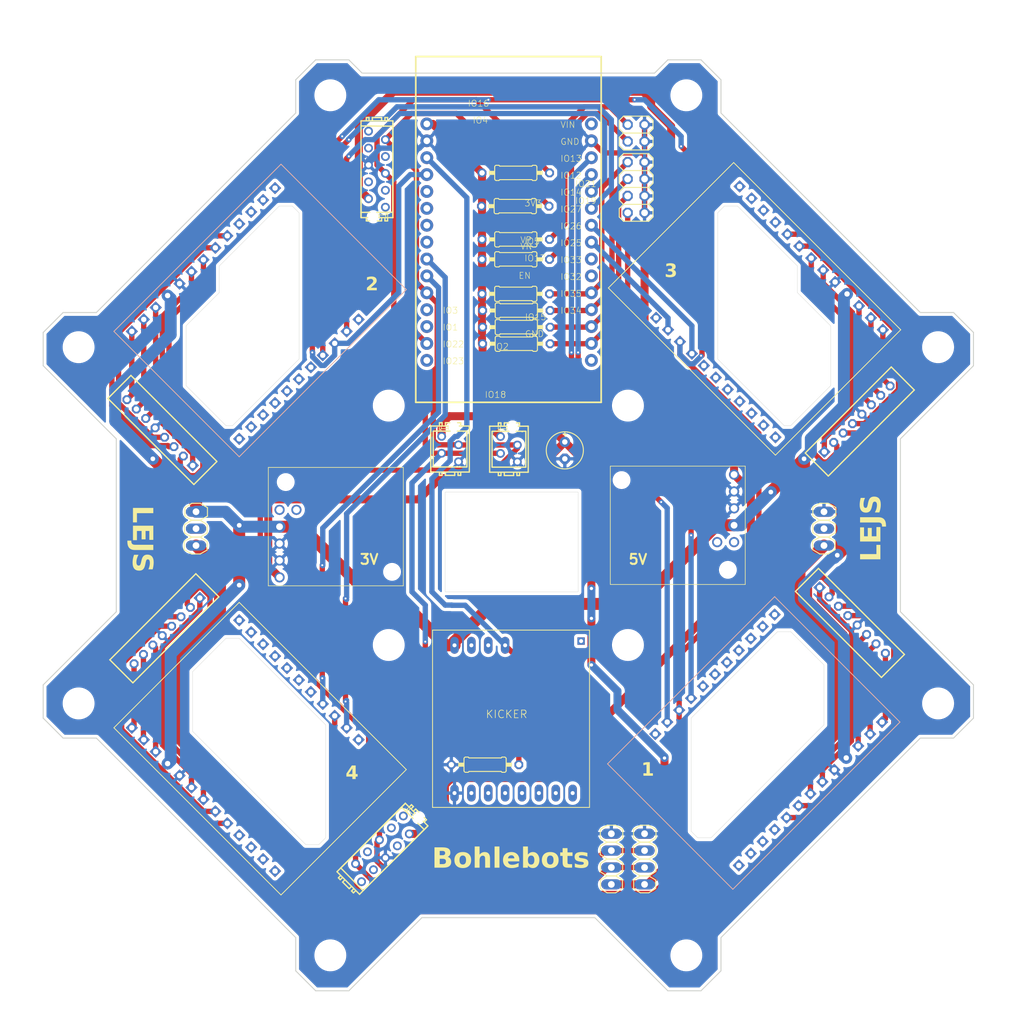
<source format=kicad_pcb>
(kicad_pcb (version 20221018) (generator pcbnew)
  (layers (0 "F.Cu" signal) (31 "B.Cu" signal) (34 "B.Paste" user) (35 "F.Paste" user) (36 "B.SilkS" user "B.Silkscreen") (37 "F.SilkS" user "F.Silkscreen") (38 "B.Mask" user) (39 "F.Mask" user) (44 "Edge.Cuts" user))
  (net 0 "")
  (net 34 "VCC")
  (net 35 "Net-(U$9-VP)")
  (net 36 "Net-(U$9-VN)")
  (net 37 "Net-(U$9-IO35)")
  (net 38 "Net-(U$9-IO34)")
  (net 39 "Net-(U$4-M3)")
  (net 40 "Net-(U$4-M2)")
  (net 41 "Net-(U$4-M1)")
  (net 42 "Net-(U$4-H3)")
  (net 43 "Net-(U$4-H2)")
  (net 44 "Net-(U$4-H1)")
  (net 45 "Net-(U$4-+5V)")
  (net 46 "Net-(U$3-M3)")
  (net 47 "Net-(U$3-M2)")
  (net 48 "Net-(U$3-M1)")
  (net 49 "Net-(U$3-H3)")
  (net 50 "Net-(U$3-H2)")
  (net 51 "Net-(U$3-H1)")
  (net 52 "Net-(U$3-+5V)")
  (net 53 "Net-(U$2-M3)")
  (net 54 "Net-(U$2-M2)")
  (net 55 "Net-(U$2-M1)")
  (net 56 "Net-(U$2-H3)")
  (net 57 "Net-(U$2-H2)")
  (net 58 "Net-(U$2-H1)")
  (net 59 "Net-(U$2-+5V)")
  (net 60 "Net-(U$1-M3)")
  (net 61 "Net-(U$1-M2)")
  (net 62 "Net-(U$1-M1)")
  (net 63 "Net-(U$1-H3)")
  (net 64 "Net-(U$1-H2)")
  (net 65 "Net-(U$1-H1)")
  (net 66 "Net-(U$1-+5V)")
  (net 67 "Net-(JP13-Pad4)")
  (net 68 "Net-(JP13-Pad2)")
  (net 69 "Net-(JP1-Pad3)")
  (net 70 "GND")
  (net 71 "/PWM4")
  (net 72 "/PWM3")
  (net 73 "/PWM2")
  (net 74 "/PWM1")
  (net 75 "/KICK")
  (net 76 "/ENA")
  (net 77 "/DIR4")
  (net 78 "/DIR3")
  (net 79 "/DIR2")
  (net 80 "/DIR1")
  (net 81 "/DATA")
  (net 82 "/CLOCK")
  (net 83 "+5V")
  (net 84 "+3V3")
  (footprint "MountingHole:MountingHole_4.3mm_M4" (layer "F.Cu") (at 70.71216 171.671562 -45)
    (fp_text reference "REF**" hide)
    (fp_text value "MountingHole_4.3mm_M4" hide)
  )
  (footprint "MountingHole:MountingHole_4.3mm_M4" (layer "F.Cu") (at 32.828435 133.787837 180)
    (fp_text reference "REF**" hide)
    (fp_text value "MountingHole_4.3mm_M4" hide)
  )
  (footprint "Library:MICROMATCH-10_Pixy" (layer "F.Cu") (at 78.550987 155.652962 45)
    (fp_text reference "X5" hide)
    (fp_text value "MICROMATCH-10" hide)
  )
  (footprint "MountingHole:MountingHole_4.3mm_M4" (layer "F.Cu") (at 115.5 89)
    (fp_text reference "REF**" hide)
    (fp_text value "MountingHole_4.3mm_M4" hide)
  )
  (footprint "Library:0207_10_R" (layer "F.Cu") (at 98.7 79.695)
    (fp_text reference "R3" hide)
    (fp_text value "10k" hide)
  )
  (footprint "Library:D36V28FX_3v" (layer "F.Cu") (at 65.61 104.67 -90)
    (fp_text reference "IC1" hide)
    (fp_text value "D36V28FX" hide)
  )
  (footprint "Library:0207_10_R" (layer "F.Cu") (at 98.62 72.195)
    (fp_text reference "R6" hide)
    (fp_text value "10k" hide)
  )
  (footprint "Library:0207_10_R" (layer "F.Cu") (at 98.7 74.695)
    (fp_text reference "R5" hide)
    (fp_text value "10k" hide)
  )
  (footprint "Library:0207_10_R" (layer "F.Cu") (at 94 143 180)
    (fp_text reference "R101" hide)
    (fp_text value "10k" hide)
  )
  (footprint "Library:1X04" (layer "F.Cu") (at 113 157.19 90)
    (fp_text reference "I2C_3" hide)
    (fp_text value "i2c-Bus" hide)
  )
  (footprint "Library:B8B-PH-K_MS" (layer "F.Cu") (at 46.12132 122.87868 -135)
    (fp_text reference "JP8" hide)
    (fp_text value "B8B-PH-K" hide)
  )
  (footprint "MountingHole:MountingHole_4.3mm_M4" (layer "F.Cu") (at 124.28784 42.328438 -135)
    (fp_text reference "REF**" hide)
    (fp_text value "MountingHole_4.3mm_M4" hide)
  )
  (footprint "Library:0207_10_R" (layer "F.Cu") (at 98.62 67)
    (fp_text reference "R2" hide)
    (fp_text value "100" hide)
  )
  (footprint "MountingHole:MountingHole_4.3mm_M4" (layer "F.Cu") (at 32.828438 80.21216 -45)
    (fp_text reference "REF**" hide)
    (fp_text value "MountingHole_4.3mm_M4" hide)
  )
  (footprint "Library:KICKER" (layer "F.Cu") (at 109.71775 122.75825 180)
    (fp_text reference "U$17" hide)
    (fp_text value "KICKER" hide)
  )
  (footprint "MountingHole:MountingHole_4.3mm_M4" (layer "F.Cu") (at 70.712163 42.328435 45)
    (fp_text reference "REF**" hide)
    (fp_text value "MountingHole_4.3mm_M4" hide)
  )
  (footprint "Library:D36V28FX_5V" (layer "F.Cu") (at 128.93 109.53 90)
    (fp_text reference "IC2" hide)
    (fp_text value "D36V28FX" hide)
  )
  (footprint "Library:1X03_8V" (layer "F.Cu") (at 50.5 107.5 -90)
    (fp_text reference "JP1" hide)
    (fp_text value "Buchse")
  )
  (footprint "Library:2X02_LS" (layer "F.Cu") (at 116.73 48.01 90)
    (fp_text reference "JP13" hide)
    (fp_text value "led_out")
  )
  (footprint "Library:0207_10_R" (layer "F.Cu") (at 98.62 64)
    (fp_text reference "R1" hide)
    (fp_text value "100" hide)
  )
  (footprint "MountingHole:MountingHole_4.3mm_M4" (layer "F.Cu") (at 79.5 89 135)
    (fp_text reference "REF**" hide)
    (fp_text value "MountingHole_4.3mm_M4" hide)
  )
  (footprint "Library:MICROMATCH-10_Pixy" (layer "F.Cu") (at 77.73 53.445 -90)
    (fp_text reference "X2" hide)
    (fp_text value "MICROMATCH-10" hide)
  )
  (footprint "Library:1X04" (layer "F.Cu") (at 118 157.19 90)
    (fp_text reference "I2C_2" hide)
    (fp_text value "i2c-Bus" hide)
  )
  (footprint "Library:24_2_MT" (layer "F.Cu") (at 59.694077 141.039488 135)
    (fp_text reference "U$4" hide)
    (fp_text value "24/2" hide)
  )
  (footprint "Library:0207_10_R" (layer "F.Cu") (at 98.7 77.195)
    (fp_text reference "R4" hide)
    (fp_text value "10k" hide)
  )
  (footprint "Library:24_2_MT" (layer "F.Cu") (at 135 74 -45)
    (fp_text reference "U$3" hide)
    (fp_text value "24/2" hide)
  )
  (footprint "MountingHole:MountingHole_4.3mm_M4" (layer "F.Cu") (at 162.171565 80.212163 -45)
    (fp_text reference "REF**" hide)
    (fp_text value "MountingHole_4.3mm_M4" hide)
  )
  (footprint "Library:0207_10_R" (layer "F.Cu") (at 98.62 54)
    (fp_text reference "R108" hide)
    (fp_text value "10K" hide)
  )
  (footprint "Library:1X03_8V" (layer "F.Cu") (at 145 107.5 90)
    (fp_text reference "JP4" hide)
    (fp_text value "Buchse")
  )
  (footprint "Library:B8B-PH-K_MS" (layer "F.Cu") (at 150 91 45)
    (fp_text reference "JP7" hide)
    (fp_text value "B8B-PH-K" hide)
  )
  (footprint "Library:0207_10_R" (layer "F.Cu") (at 98.54 59)
    (fp_text reference "R9" hide)
    (fp_text value "10k" hide)
  )
  (footprint "MountingHole:MountingHole_4.3mm_M4" (layer "F.Cu") (at 115.5 125 135)
    (fp_text reference "REF**" hide)
    (fp_text value "MountingHole_4.3mm_M4" hide)
  )
  (footprint "MountingHole:MountingHole_4.3mm_M4" (layer "F.Cu") (at 124.287837 171.671565 -135)
    (fp_text reference "REF**" hide)
    (fp_text value "MountingHole_4.3mm_M4" hide)
  )
  (footprint "MountingHole:MountingHole_4.3mm_M4" (layer "F.Cu") (at 79.5 125 135)
    (fp_text reference "REF**" hide)
    (fp_text value "MountingHole_4.3mm_M4" hide)
  )
  (footprint "Library:B8B-PH-K_MS" (layer "F.Cu") (at 149.292893 121.292893 -45)
    (fp_text reference "JP5" hide)
    (fp_text value "B8B-PH-K" hide)
  )
  (footprint "Library:MICROMATCH-4_IR" (layer "F.Cu") (at 97.59 95.555 90)
    (fp_text reference "X1" hide)
    (fp_text value "MICROMATCH-4" hide)
  )
  (footprint "MountingHole:MountingHole_4.3mm_M4" (layer "F.Cu") (at 162.171562 133.78784 135)
    (fp_text reference "REF**" hide)
    (fp_text value "MountingHole_4.3mm_M4" hide)
  )
  (footprint "Library:E2,5-6E" (layer "F.Cu") (at 106 95.73 -90)
    (fp_text reference "C1" hide)
    (fp_text value "10µ" hide)
  )
  (footprint "Library:ESP32-DEVKITV1" (layer "F.Cu") (at 98.77 69.505 -90)
    (fp_text reference "U$9" hide)
    (fp_text value "ESP32DEVKITV1" hide)
  )
  (footprint "Library:2X04_aP" (layer "F.Cu") (at 116.73 56.19 -90)
    (fp_text reference "JP14" hide)
    (fp_text value "Ana.input" hide)
  )
  (footprint "Library:B8B-PH-K_MS" (layer "F.Cu") (at 45.050253 93.050253 135)
    (fp_text reference "JP6" hide)
    (fp_text value "B8B-PH-K" hide)
  )
  (footprint "Library:MICROMATCH-4_IR" (layer "F.Cu") (at 88.73 95.53 90)
    (fp_text reference "X3" hide)
    (fp_text value "MICROMATCH-4" hide)
  )
  (footprint "Library:24_2_MT" (layer "B.Cu") (at 59.694077 74.243437 -135)
    (fp_text reference "U$2" hide)
    (fp_text value "24/2" hide)
  )
  (footprint "Library:24_2_MT" (layer "B.Cu") (at 134.878282 140.184205 45)
    (fp_text reference "U$1" hide)
    (fp_text value "24/2" hide)
  )
  (gr_line (start 50 129) (end 55 124) (stroke (width 0.05)) (layer "Edge.Cuts"))
  (gr_line (start 50 87) (end 49 86) (stroke (width 0.05)) (layer "Edge.Cuts"))
  (gr_line (start 132 59) (end 141 68) (stroke (width 0.05)) (layer "Edge.Cuts"))
  (gr_line (start 129.5 174) (end 126.5 177) (stroke (width 0.1524)) (layer "Edge.Cuts"))
  (gr_line (start 67 155) (end 69 155) (stroke (width 0.05)) (layer "Edge.Cuts"))
  (gr_line (start 129.5 169) (end 159.5 139) (stroke (width 0.15)) (layer "Edge.Cuts"))
  (gr_line (start 145 137) (end 128 154) (stroke (width 0.05)) (layer "Edge.Cuts"))
  (gr_line (start 70 137) (end 57 124) (stroke (width 0.05)) (layer "Edge.Cuts"))
  (gr_line (start 167.5 131) (end 156.5 120) (stroke (width 0.1524)) (layer "Edge.Cuts"))
  (gr_line (start 141 68) (end 141 72) (stroke (width 0.05)) (layer "Edge.Cuts"))
  (gr_line (start 54 72) (end 49 77) (stroke (width 0.05)) (layer "Edge.Cuts"))
  (gr_line (start 68.5 37) (end 65.5 40) (stroke (width 0.1524)) (layer "Edge.Cuts"))
  (gr_line (start 164.5 139) (end 167.5 136) (stroke (width 0.1524)) (layer "Edge.Cuts"))
  (gr_line (start 27.5 83) (end 38.5 94) (stroke (width 0.1524)) (layer "Edge.Cuts"))
  (gr_line (start 119.5 39) (end 75.5 39) (stroke (width 0.15)) (layer "Edge.Cuts"))
  (gr_line (start 65.5 45) (end 65.5 40) (stroke (width 0.1524)) (layer "Edge.Cuts"))
  (gr_line (start 167.5 78) (end 167.5 83) (stroke (width 0.1524)) (layer "Edge.Cuts"))
  (gr_line (start 125 153) (end 126 154) (stroke (width 0.05)) (layer "Edge.Cuts"))
  (gr_line (start 73.5 177) (end 84.5 166) (stroke (width 0.15)) (layer "Edge.Cuts"))
  (gr_line (start 141 72) (end 146 77) (stroke (width 0.05)) (layer "Edge.Cuts"))
  (gr_line (start 121.5 37) (end 126.5 37) (stroke (width 0.1524)) (layer "Edge.Cuts"))
  (gr_line (start 66 60) (end 65 59) (stroke (width 0.05)) (layer "Edge.Cuts"))
  (gr_line (start 50 129) (end 50 138) (stroke (width 0.05)) (layer "Edge.Cuts"))
  (gr_line (start 145 87) (end 146 86) (stroke (width 0.05)) (layer "Edge.Cuts"))
  (gr_line (start 56 92) (end 55 92) (stroke (width 0.05)) (layer "Edge.Cuts"))
  (gr_line (start 66 82) (end 66 81) (stroke (width 0.05)) (layer "Edge.Cuts"))
  (gr_line (start 73.5 177) (end 68.5 177) (stroke (width 0.1524)) (layer "Edge.Cuts"))
  (gr_line (start 126.5 37) (end 129.5 40) (stroke (width 0.1524)) (layer "Edge.Cuts"))
  (gr_line (start 140 92) (end 145 87) (stroke (width 0.05)) (layer "Edge.Cuts"))
  (gr_line (start 110.5 166) (end 84.5 166) (stroke (width 0.15)) (layer "Edge.Cuts"))
  (gr_line (start 130 59) (end 132 59) (stroke (width 0.05)) (layer "Edge.Cuts"))
  (gr_line (start 54 68) (end 54 72) (stroke (width 0.05)) (layer "Edge.Cuts"))
  (gr_line (start 126.5 177) (end 121.5 177) (stroke (width 0.1524)) (layer "Edge.Cuts"))
  (gr_line (start 27.5 131) (end 38.5 120) (stroke (width 0.1524)) (layer "Edge.Cuts"))
  (gr_line (start 49 86) (end 49 77) (stroke (width 0.05)) (layer "Edge.Cuts"))
  (gr_line (start 129 60) (end 130 59) (stroke (width 0.05)) (layer "Edge.Cuts"))
  (gr_line (start 55 92) (end 50 87) (stroke (width 0.05)) (layer "Edge.Cuts"))
  (gr_line (start 27.5 78) (end 27.5 83) (stroke (width 0.1524)) (layer "Edge.Cuts"))
  (gr_line (start 128 154) (end 126 154) (stroke (width 0.05)) (layer "Edge.Cuts"))
  (gr_line (start 167.5 83) (end 156.5 94) (stroke (width 0.1524)) (layer "Edge.Cuts"))
  (gr_line (start 164.5 75) (end 167.5 78) (stroke (width 0.1524)) (layer "Edge.Cuts"))
  (gr_line (start 30.5 75) (end 27.5 78) (stroke (width 0.1524)) (layer "Edge.Cuts"))
  (gr_line (start 30.5 139) (end 35.5 139) (stroke (width 0.1524)) (layer "Edge.Cuts"))
  (gr_line (start 68.5 177) (end 65.5 174) (stroke (width 0.1524)) (layer "Edge.Cuts"))
  (gr_line (start 110.5 166) (end 121.5 177) (stroke (width 0.15)) (layer "Edge.Cuts"))
  (gr_line (start 55 124) (end 57 124) (stroke (width 0.05)) (layer "Edge.Cuts"))
  (gr_line (start 70 154) (end 69 155) (stroke (width 0.05)) (layer "Edge.Cuts"))
  (gr_line (start 27.5 136) (end 27.5 131) (stroke (width 0.1524)) (layer "Edge.Cuts"))
  (gr_line (start 125 136) (end 138 123) (stroke (width 0.05)) (layer "Edge.Cuts"))
  (gr_line (start 140 123) (end 138 123) (stroke (width 0.05)) (layer "Edge.Cuts"))
  (gr_line (start 50 138) (end 67 155) (stroke (width 0.05)) (layer "Edge.Cuts"))
  (gr_line (start 129.5 169) (end 129.5 174) (stroke (width 0.1524)) (layer "Edge.Cuts"))
  (gr_line (start 73.5 37) (end 75.5 39) (stroke (width 0.1524)) (layer "Edge.Cuts"))
  (gr_line (start 145 128) (end 145 137) (stroke (width 0.05)) (layer "Edge.Cuts"))
  (gr_line (start 138 91) (end 139 92) (stroke (width 0.05)) (layer "Edge.Cuts"))
  (gr_line (start 30.5 139) (end 27.5 136) (stroke (width 0.1524)) (layer "Edge.Cuts"))
  (gr_line (start 146 86) (end 146 77) (stroke (width 0.05)) (layer "Edge.Cuts"))
  (gr_rect (start 88 102) (end 108 117) (stroke (width 0.05)) (fill none) (layer "Edge.Cuts"))
  (gr_line (start 57 91) (end 66 82) (stroke (width 0.05)) (layer "Edge.Cuts"))
  (gr_line (start 30.5 75) (end 35.5 75) (stroke (width 0.1524)) (layer "Edge.Cuts"))
  (gr_line (start 38.5 94) (end 38.5 120) (stroke (width 0.15)) (layer "Edge.Cuts"))
  (gr_line (start 138 91) (end 129 82) (stroke (width 0.05)) (layer "Edge.Cuts"))
  (gr_line (start 63 59) (end 54 68) (stroke (width 0.05)) (layer "Edge.Cuts"))
  (gr_line (start 68.5 37) (end 73.5 37) (stroke (width 0.1524)) (layer "Edge.Cuts"))
  (gr_line (start 65.5 169) (end 35.5 139) (stroke (width 0.15)) (layer "Edge.Cuts"))
  (gr_line (start 129 60) (end 129 82) (stroke (width 0.05)) (layer "Edge.Cuts"))
  (gr_line (start 66 81) (end 66 60) (stroke (width 0.05)) (layer "Edge.Cuts"))
  (gr_line (start 164.5 75) (end 159.5 75) (stroke (width 0.1524)) (layer "Edge.Cuts"))
  (gr_line (start 129.5 45) (end 159.5 75) (stroke (width 0.15)) (layer "Edge.Cuts"))
  (gr_line (start 139 92) (end 140 92) (stroke (width 0.05)) (layer "Edge.Cuts"))
  (gr_line (start 65.5 45) (end 35.5 75) (stroke (width 0.15)) (layer "Edge.Cuts"))
  (gr_line (start 65.5 169) (end 65.5 174) (stroke (width 0.1524)) (layer "Edge.Cuts"))
  (gr_line (start 167.5 136) (end 167.5 131) (stroke (width 0.1524)) (layer "Edge.Cuts"))
  (gr_line (start 145 128) (end 140 123) (stroke (width 0.05)) (layer "Edge.Cuts"))
  (gr_line (start 156.5 94) (end 156.5 120) (stroke (width 0.15)) (layer "Edge.Cuts"))
  (gr_line (start 65 59) (end 63 59) (stroke (width 0.05)) (layer "Edge.Cuts"))
  (gr_line (start 70 154) (end 70 137) (stroke (width 0.05)) (layer "Edge.Cuts"))
  (gr_line (start 129.5 45) (end 129.5 40) (stroke (width 0.1524)) (layer "Edge.Cuts"))
  (gr_line (start 119.5 39) (end 121.5 37) (stroke (width 0.1524)) (layer "Edge.Cuts"))
  (gr_line (start 57 91) (end 56 92) (stroke (width 0.05)) (layer "Edge.Cuts"))
  (gr_line (start 164.5 139) (end 159.5 139) (stroke (width 0.1524)) (layer "Edge.Cuts"))
  (gr_line (start 125 153) (end 125 136) (stroke (width 0.05)) (layer "Edge.Cuts"))
  (gr_text "3" (at 121 70) (layer "F.SilkS") (effects (font (size 2 2) (thickness 0.5) bold) (justify left bottom)))
  (gr_text "4" (at 73 145.5) (layer "F.SilkS") (effects (font (size 2 2) (thickness 0.5) bold) (justify left bottom)))
  (gr_text "2" (at 76 72) (layer "F.SilkS") (effects (font (size 2 2) (thickness 0.5) bold) (justify left bottom)))
  (gr_text "3V" (at 75 113) (layer "F.SilkS") (effects (font (size 1.5 1.5) (thickness 0.3) bold) (justify left bottom)))
  (gr_text "Bohlebots" (at 86 159) (layer "F.SilkS") (effects (font (size 3 3) (thickness 0.75) bold) (justify left bottom)))
  (gr_text "1" (at 117.5 145) (layer "F.SilkS") (effects (font (size 2 2) (thickness 0.5) bold) (justify left bottom)))
  (gr_text "5V" (at 117 113) (layer "F.SilkS") (effects (font (size 1.5 1.5) (thickness 0.3) bold) (justify bottom)))
  (gr_text "LEJS" (at 40.5 104 270) (layer "F.SilkS") (effects (font (size 3 3) (thickness 0.75) bold) (justify left bottom)))
  (gr_text "LEJS" (at 154 112.5 90) (layer "F.SilkS") (effects (font (size 3 3) (thickness 0.75) bold) (justify left bottom)))
  (segment (start 63.07 107.21) (end 66.376905 107.21) (width 1.8) (layer "F.Cu") (net 34))
  (segment (start 142 97) (end 137 102) (width 1.8) (layer "F.Cu") (net 34))
  (segment (start 66.376905 107.21) (end 78.166905 119) (width 1.8) (layer "F.Cu") (net 34))
  (segment (start 142 98.564734) (end 147.624 104.188734) (width 1.8) (layer "F.Cu") (net 34))
  (segment (start 89.39775 124.495589) (end 89.39775 125.04425) (width 1.8) (layer "F.Cu") (net 34))
  (segment (start 82 119) (end 88.04425 125.04425) (width 1.8) (layer "F.Cu") (net 34))
  (segment (start 44 97) (end 50.5 103.5) (width 1.8) (layer "F.Cu") (net 34))
  (segment (start 95.070848 118.822491) (end 89.39775 124.495589) (width 1.8) (layer "F.Cu") (net 34))
  (segment (start 142 97) (end 142 98.564734) (width 1.8) (layer "F.Cu") (net 34))
  (segment (start 147.624 104.188734) (end 147.624 110.876) (width 1.8) (layer "F.Cu") (net 34))
  (segment (start 57 107) (end 57 116) (width 1.8) (layer "F.Cu") (net 34))
  (segment (start 131.47 106.99) (end 128.832491 106.99) (width 1.8) (layer "F.Cu") (net 34))
  (segment (start 128.832491 106.99) (end 117 118.822491) (width 1.8) (layer "F.Cu") (net 34))
  (segment (start 88.04425 125.04425) (end 89.39775 125.04425) (width 1.8) (layer "F.Cu") (net 34))
  (segment (start 147.624 110.876) (end 147 111.5) (width 1.8) (layer "F.Cu") (net 34))
  (segment (start 117 118.822491) (end 95.070848 118.822491) (width 1.8) (layer "F.Cu") (net 34))
  (segment (start 50.5 103.5) (end 50.5 104.96) (width 1.8) (layer "F.Cu") (net 34))
  (segment (start 78.166905 119) (end 82 119) (width 1.8) (layer "F.Cu") (net 34))
  (via (at 142 97) (size 1.5) (drill 0.7) (layers "F.Cu" "B.Cu") (net 34))
  (via (at 147 111.5) (size 1.5) (drill 0.7) (layers "F.Cu" "B.Cu") (net 34))
  (via (at 137 102) (size 1.5) (drill 0.7) (layers "F.Cu" "B.Cu") (net 34))
  (via (at 57 107) (size 1.5) (drill 0.7) (layers "F.Cu" "B.Cu") (net 34))
  (via (at 44 97) (size 1.5) (drill 0.7) (layers "F.Cu" "B.Cu") (net 34))
  (via (at 57 116) (size 1.5) (drill 0.7) (layers "F.Cu" "B.Cu") (net 34))
  (segment (start 57.19 107.21) (end 63.07 107.21) (width 1.8) (layer "B.Cu") (net 34))
  (segment (start 142 118) (end 142 116.19671) (width 1.8) (layer "B.Cu") (net 34))
  (segment (start 142 116.19671) (end 146.29471 111.902) (width 1.8) (layer "B.Cu") (net 34))
  (segment (start 46.223693 72.447386) (end 46.686141 72.909834) (width 1.8) (layer "B.Cu") (net 34))
  (segment (start 146.29471 111.902) (end 146.533266 111.902) (width 1.8) (layer "B.Cu") (net 34))
  (segment (start 46.686141 78.313859) (end 38.340106 86.659894) (width 1.8) (layer "B.Cu") (net 34))
  (segment (start 147 111.5) (end 147 111.435266) (width 1.8) (layer "B.Cu") (net 34))
  (segment (start 146.533266 111.902) (end 146.935266 111.5) (width 1.8) (layer "B.Cu") (net 34))
  (segment (start 46.686141 126.313859) (end 57 116) (width 1.8) (layer "B.Cu") (net 34))
  (segment (start 46.223693 142.835539) (end 46.686141 142.373091) (width 1.8) (layer "B.Cu") (net 34))
  (segment (start 57 107) (end 56.98 107) (width 1.8) (layer "B.Cu") (net 34))
  (segment (start 38.340106 86.659894) (end 38.340106 91.340106) (width 1.8) (layer "B.Cu") (net 34))
  (segment (start 57 107.02) (end 57 107) (width 1.8) (layer "B.Cu") (net 34))
  (segment (start 148 141.63159) (end 148 124) (width 1.8) (layer "B.Cu") (net 34))
  (segment (start 56.98 107) (end 54.94 104.96) (width 1.8) (layer "B.Cu") (net 34))
  (segment (start 50.5 104.96) (end 54.94 104.96) (width 1.8) (layer "B.Cu") (net 34))
  (segment (start 148.348666 141.980256) (end 148 141.63159) (width 1.8) (layer "B.Cu") (net 34))
  (segment (start 57.19 107.21) (end 57 107.02) (width 1.8) (layer "B.Cu") (net 34))
  (segment (start 148 89) (end 148 72.674333) (width 1.8) (layer "B.Cu") (net 34))
  (segment (start 148 72.674333) (end 148.470384 72.203949) (width 1.8) (layer "B.Cu") (net 34))
  (segment (start 143.016306 95.983694) (end 143.016306 93.983694) (width 1.8) (layer "B.Cu") (net 34))
  (segment (start 46.686141 72.909834) (end 46.686141 78.313859) (width 1.8) (layer "B.Cu") (net 34))
  (segment (start 131.47 106.99) (end 132.551873 106.99) (width 1.8) (layer "B.Cu") (net 34))
  (segment (start 132.01 106.99) (end 137 102) (width 1.8) (layer "B.Cu") (net 34))
  (segment (start 131.47 106.99) (end 132.01 106.99) (width 1.8) (layer "B.Cu") (net 34))
  (segment (start 142 97) (end 143.016306 95.983694) (width 1.8) (layer "B.Cu") (net 34))
  (segment (start 146.935266 111.5) (end 147 111.5) (width 1.8) (layer "B.Cu") (net 34))
  (segment (start 148 124) (end 142 118) (width 1.8) (layer "B.Cu") (net 34))
  (segment (start 143.016306 93.983694) (end 148 89) (width 1.8) (layer "B.Cu") (net 34))
  (segment (start 38.340106 91.340106) (end 44 97) (width 1.8) (layer "B.Cu") (net 34))
  (segment (start 46.686141 142.373091) (end 46.686141 126.313859) (width 1.8) (layer "B.Cu") (net 34))
  (segment (start 109.96 79.695) (end 110 79.655) (width 0.8) (layer "F.Cu") (net 35))
  (segment (start 103.78 79.695) (end 109.96 79.695) (width 0.8) (layer "F.Cu") (net 35))
  (segment (start 110 79.655) (end 115.46 74.195) (width 0.8) (layer "F.Cu") (net 35))
  (segment (start 115.46 74.195) (end 115.46 60) (width 0.8) (layer "F.Cu") (net 35))
  (segment (start 110 77.115) (end 114.098 73.017) (width 0.8) (layer "F.Cu") (net 36))
  (segment (start 109.92 77.195) (end 110 77.115) (width 0.8) (layer "F.Cu") (net 36))
  (segment (start 114.098 58.822) (end 115.46 57.46) (width 0.8) (layer "F.Cu") (net 36))
  (segment (start 103.78 77.195) (end 109.92 77.195) (width 0.8) (layer "F.Cu") (net 36))
  (segment (start 114.098 73.017) (end 114.098 58.822) (width 0.8) (layer "F.Cu") (net 36))
  (segment (start 111.5652 56.2748) (end 115.46 52.38) (width 0.8) (layer "F.Cu") (net 37))
  (segment (start 111.5652 70.4698) (end 111.5652 56.2748) (width 0.8) (layer "F.Cu") (net 37))
  (segment (start 103.7 72.195) (end 109.84 72.195) (width 0.8) (layer "F.Cu") (net 37))
  (segment (start 109.84 72.195) (end 110 72.035) (width 0.8) (layer "F.Cu") (net 37))
  (segment (start 110 72.035) (end 111.5652 70.4698) (width 0.8) (layer "F.Cu") (net 37))
  (segment (start 113.098 71.477) (end 113.098 57.282) (width 0.8) (layer "F.Cu") (net 38))
  (segment (start 113.098 57.282) (end 115.46 54.92) (width 0.8) (layer "F.Cu") (net 38))
  (segment (start 103.78 74.695) (end 109.88 74.695) (width 0.8) (layer "F.Cu") (net 38))
  (segment (start 110 74.575) (end 113.098 71.477) (width 0.8) (layer "F.Cu") (net 38))
  (segment (start 109.88 74.695) (end 110 74.575) (width 0.8) (layer "F.Cu") (net 38))
  (segment (start 44.427642 125.427642) (end 44.427642 141.039488) (width 0.8) (layer "F.Cu") (net 39))
  (segment (start 44 125) (end 44.427642 125.427642) (width 0.8) (layer "F.Cu") (net 39))
  (segment (start 42.585786 139.197633) (end 42.63159 139.243437) (width 0.8) (layer "F.Cu") (net 40))
  (segment (start 42.585786 126.414214) (end 42.585786 139.197633) (width 0.8) (layer "F.Cu") (net 40))
  (segment (start 41.171573 137.111352) (end 40.835539 137.447386) (width 0.8) (layer "F.Cu") (net 41))
  (segment (start 41.171573 127.828427) (end 41.171573 137.111352) (width 0.8) (layer "F.Cu") (net 41))
  (segment (start 45.045952 120.75736) (end 48.24264 120.75736) (width 0.8) (layer "F.Cu") (net 42))
  (segment (start 38.310643 138.310643) (end 38.310643 127.492669) (width 0.8) (layer "F.Cu") (net 42))
  (segment (start 51.815795 151.815795) (end 38.310643 138.310643) (width 0.8) (layer "F.Cu") (net 42))
  (segment (start 55.203949 151.815795) (end 51.815795 151.815795) (width 0.8) (layer "F.Cu") (net 42))
  (segment (start 38.310643 127.492669) (end 45.045952 120.75736) (width 0.8) (layer "F.Cu") (net 42))
  (segment (start 46.828427 122.171573) (end 45.045953 122.171573) (width 0.8) (layer "F.Cu") (net 43))
  (segment (start 39.310643 127.906883) (end 39.310643 137.695914) (width 0.8) (layer "F.Cu") (net 43))
  (segment (start 45.045953 122.171573) (end 39.310643 127.906883) (width 0.8) (layer "F.Cu") (net 43))
  (segment (start 51.634473 150.019744) (end 53.407898 150.019744) (width 0.8) (layer "F.Cu") (net 43))
  (segment (start 39.310643 137.695914) (end 51.634473 150.019744) (width 0.8) (layer "F.Cu") (net 43))
  (segment (start 50.822538 116.394986) (end 51.319596 116.394986) (width 0.8) (layer "F.Cu") (net 44))
  (segment (start 49.189881 118.876173) (end 49.189881 118.027643) (width 0.8) (layer "F.Cu") (net 44))
  (segment (start 49.656854 119.343146) (end 49.189881 118.876173) (width 0.8) (layer "F.Cu") (net 44))
  (segment (start 46.427642 139.585786) (end 51.611846 144.76999) (width 0.8) (layer "F.Cu") (net 44))
  (segment (start 49.189881 118.027643) (end 50.822538 116.394986) (width 0.8) (layer "F.Cu") (net 44))
  (segment (start 51.611846 144.76999) (end 51.611846 148.223693) (width 0.8) (layer "F.Cu") (net 44))
  (segment (start 52.605014 117.680404) (end 52.605014 119.591674) (width 0.8) (layer "F.Cu") (net 44))
  (segment (start 51.319596 116.394986) (end 52.605014 117.680404) (width 0.8) (layer "F.Cu") (net 44))
  (segment (start 52.605014 119.591674) (end 46.427642 125.769046) (width 0.8) (layer "F.Cu") (net 44))
  (segment (start 46.427642 125.769046) (end 46.427642 139.585786) (width 0.8) (layer "F.Cu") (net 44))
  (segment (start 49.815795 144.388153) (end 49.815795 146.427642) (width 0.8) (layer "F.Cu") (net 45))
  (segment (start 51.071067 117.928933) (end 51.071067 119.711407) (width 0.8) (layer "F.Cu") (net 45))
  (segment (start 45.427642 140) (end 49.815795 144.388153) (width 0.8) (layer "F.Cu") (net 45))
  (segment (start 51.071067 119.711407) (end 45.427642 125.354832) (width 0.8) (layer "F.Cu") (net 45))
  (segment (start 45.427642 125.354832) (end 45.427642 140) (width 0.8) (layer "F.Cu") (net 45))
  (segment (start 150.266435 87.023795) (end 152.12132 88.87868) (width 0.8) (layer "F.Cu") (net 46))
  (segment (start 150.266435 74) (end 150.266435 87.023795) (width 0.8) (layer "F.Cu") (net 46))
  (segment (start 152.062487 75.796051) (end 152.062487 85.991419) (width 0.8) (layer "F.Cu") (net 47))
  (segment (start 152.062487 85.991419) (end 153.535534 87.464466) (width 0.8) (layer "F.Cu") (net 47))
  (segment (start 153.858538 84.959044) (end 154.949747 86.050253) (width 0.8) (layer "F.Cu") (net 48))
  (segment (start 153.858538 77.592102) (end 153.858538 84.959044) (width 0.8) (layer "F.Cu") (net 48))
  (segment (start 151 93) (end 151.196688 93) (width 0.8) (layer "F.Cu") (net 49))
  (segment (start 150.87868 93.12132) (end 151 93) (width 0.8) (layer "F.Cu") (net 49))
  (segment (start 151.196688 93) (end 157.210147 86.986541) (width 0.8) (layer "F.Cu") (net 49))
  (segment (start 143.223693 63.223693) (end 139.490128 63.223693) (width 0.8) (layer "F.Cu") (net 49))
  (segment (start 147.87868 93.12132) (end 150.87868 93.12132) (width 0.8) (layer "F.Cu") (net 49))
  (segment (start 157.210147 77.210147) (end 143.223693 63.223693) (width 0.8) (layer "F.Cu") (net 49))
  (segment (start 157.210147 86.986541) (end 157.210147 77.210147) (width 0.8) (layer "F.Cu") (net 49))
  (segment (start 156.210147 86.572327) (end 156.210147 78.170288) (width 0.8) (layer "F.Cu") (net 50))
  (segment (start 156.210147 78.170288) (end 143.059604 65.019744) (width 0.8) (layer "F.Cu") (net 50))
  (segment (start 151.075367 91.707107) (end 156.210147 86.572327) (width 0.8) (layer "F.Cu") (net 50))
  (segment (start 149.292893 91.707107) (end 151.075367 91.707107) (width 0.8) (layer "F.Cu") (net 50))
  (segment (start 143.059604 65.019744) (end 141.286179 65.019744) (width 0.8) (layer "F.Cu") (net 50))
  (segment (start 146.931439 95.002507) (end 146.931439 96.068561) (width 0.8) (layer "F.Cu") (net 51))
  (segment (start 146.464466 94.535534) (end 146.931439 95.002507) (width 0.8) (layer "F.Cu") (net 51))
  (segment (start 148.266435 76) (end 143.082231 70.815796) (width 0.8) (layer "F.Cu") (net 51))
  (segment (start 143.516306 96.198276) (end 143.516306 93.750129) (width 0.8) (layer "F.Cu") (net 51))
  (segment (start 144.801724 97.483694) (end 143.516306 96.198276) (width 0.8) (layer "F.Cu") (net 51))
  (segment (start 146.931439 96.068561) (end 145.516306 97.483694) (width 0.8) (layer "F.Cu") (net 51))
  (segment (start 143.082231 70.815796) (end 143.082231 66.815795) (width 0.8) (layer "F.Cu") (net 51))
  (segment (start 143.516306 93.750129) (end 148.266435 89) (width 0.8) (layer "F.Cu") (net 51))
  (segment (start 145.516306 97.483694) (end 144.801724 97.483694) (width 0.8) (layer "F.Cu") (net 51))
  (segment (start 148.266435 89) (end 148.266435 76) (width 0.8) (layer "F.Cu") (net 51))
  (segment (start 149.266435 89.733565) (end 149.266435 75) (width 0.8) (layer "F.Cu") (net 52))
  (segment (start 145.050253 93.949747) (end 149.266435 89.733565) (width 0.8) (layer "F.Cu") (net 52))
  (segment (start 145.050253 95.949747) (end 145.050253 93.949747) (width 0.8) (layer "F.Cu") (net 52))
  (segment (start 144.878282 70.611847) (end 144.878282 68.611846) (width 0.8) (layer "F.Cu") (net 52))
  (segment (start 149.266435 75) (end 144.878282 70.611847) (width 0.8) (layer "F.Cu") (net 52))
  (segment (start 44.427642 74.243437) (end 44.427642 89.430224) (width 0.8) (layer "F.Cu") (net 53))
  (segment (start 44.427642 89.430224) (end 42.928933 90.928933) (width 0.8) (layer "F.Cu") (net 53))
  (segment (start 42.63159 88.397848) (end 41.514719 89.514719) (width 0.8) (layer "F.Cu") (net 54))
  (segment (start 42.63159 76.039488) (end 42.63159 88.397848) (width 0.8) (layer "F.Cu") (net 54))
  (segment (start 40.835539 77.835539) (end 40.835539 87.365473) (width 0.8) (layer "F.Cu") (net 55))
  (segment (start 40.835539 87.365473) (end 40.100506 88.100506) (width 0.8) (layer "F.Cu") (net 55))
  (segment (start 43.821072 95.01776) (end 37.840106 89.036794) (width 0.8) (layer "F.Cu") (net 56))
  (segment (start 37.840106 77.159894) (end 51.53287 63.46713) (width 0.8) (layer "F.Cu") (net 56))
  (segment (start 46.279434 95.01776) (end 46.433247 95.171573) (width 0.8) (layer "F.Cu") (net 56))
  (segment (start 46.279434 95.01776) (end 43.821072 95.01776) (width 0.8) (layer "F.Cu") (net 56))
  (segment (start 46.433247 95.171573) (end 47.171573 95.171573) (width 0.8) (layer "F.Cu") (net 56))
  (segment (start 51.53287 63.46713) (end 55.203949 63.46713) (width 0.8) (layer "F.Cu") (net 56))
  (segment (start 37.840106 89.036794) (end 37.840106 77.159894) (width 0.8) (layer "F.Cu") (net 56))
  (segment (start 38.840106 78.057548) (end 51.634473 65.263181) (width 0.8) (layer "F.Cu") (net 57))
  (segment (start 43.974886 93.75736) (end 38.840106 88.62258) (width 0.8) (layer "F.Cu") (net 57))
  (segment (start 45.75736 93.75736) (end 43.974886 93.75736) (width 0.8) (layer "F.Cu") (net 57))
  (segment (start 51.634473 65.263181) (end 53.407898 65.263181) (width 0.8) (layer "F.Cu") (net 57))
  (segment (start 38.840106 88.62258) (end 38.840106 78.057548) (width 0.8) (layer "F.Cu") (net 57))
  (segment (start 48.585787 96.585787) (end 48.118814 97.05276) (width 0.8) (layer "F.Cu") (net 58))
  (segment (start 48.118814 98.118814) (end 49.533947 99.533947) (width 0.8) (layer "F.Cu") (net 58))
  (segment (start 51.533947 96.337259) (end 46.427642 91.230954) (width 0.8) (layer "F.Cu") (net 58))
  (segment (start 49.533947 99.533947) (end 50.466053 99.533947) (width 0.8) (layer "F.Cu") (net 58))
  (segment (start 48.118814 97.05276) (end 48.118814 98.118814) (width 0.8) (layer "F.Cu") (net 58))
  (segment (start 46.427642 76) (end 51.611846 70.815796) (width 0.8) (layer "F.Cu") (net 58))
  (segment (start 51.611846 70.815796) (end 51.611846 67.059232) (width 0.8) (layer "F.Cu") (net 58))
  (segment (start 46.427642 91.230954) (end 46.427642 76) (width 0.8) (layer "F.Cu") (net 58))
  (segment (start 50.466053 99.533947) (end 51.533947 98.466053) (width 0.8) (layer "F.Cu") (net 58))
  (segment (start 51.533947 98.466053) (end 51.533947 96.337259) (width 0.8) (layer "F.Cu") (net 58))
  (segment (start 50 96.217526) (end 45.427642 91.645168) (width 0.8) (layer "F.Cu") (net 59))
  (segment (start 50 98) (end 50 96.217526) (width 0.8) (layer "F.Cu") (net 59))
  (segment (start 45.427642 75.572358) (end 49.815795 71.184205) (width 0.8) (layer "F.Cu") (net 59))
  (segment (start 49.815795 71.184205) (end 49.815795 68.855283) (width 0.8) (layer "F.Cu") (net 59))
  (segment (start 45.427642 91.645168) (end 45.427642 75.572358) (width 0.8) (layer "F.Cu") (net 59))
  (segment (start 150.144717 124.683709) (end 150.144717 140.184205) (width 0.8) (layer "F.Cu") (net 60))
  (segment (start 151.414213 123.414213) (end 150.144717 124.683709) (width 0.8) (layer "F.Cu") (net 60))
  (segment (start 152.828427 124.828427) (end 151.940769 125.716085) (width 0.8) (layer "F.Cu") (net 61))
  (segment (start 151.940769 125.716085) (end 151.940769 138.388154) (width 0.8) (layer "F.Cu") (net 61))
  (segment (start 154.24264 126.24264) (end 154.24264 136.086283) (width 0.8) (layer "F.Cu") (net 62))
  (segment (start 154.24264 136.086283) (end 153.73682 136.592103) (width 0.8) (layer "F.Cu") (net 62))
  (segment (start 156.50304 137.911174) (end 143.453702 150.960512) (width 0.8) (layer "F.Cu") (net 63))
  (segment (start 147.171573 119.171573) (end 151.171573 119.171573) (width 0.8) (layer "F.Cu") (net 63))
  (segment (start 151.171573 119.171573) (end 156.50304 124.50304) (width 0.8) (layer "F.Cu") (net 63))
  (segment (start 156.50304 124.50304) (end 156.50304 137.911174) (width 0.8) (layer "F.Cu") (net 63))
  (segment (start 143.453702 150.960512) (end 139.36841 150.960512) (width 0.8) (layer "F.Cu") (net 63))
  (segment (start 155.50304 124.917254) (end 151.171572 120.585786) (width 0.8) (layer "F.Cu") (net 64))
  (segment (start 155.50304 137.49696) (end 155.50304 124.917254) (width 0.8) (layer "F.Cu") (net 64))
  (segment (start 141.164461 149.164461) (end 143.835539 149.164461) (width 0.8) (layer "F.Cu") (net 64))
  (segment (start 143.835539 149.164461) (end 155.50304 137.49696) (width 0.8) (layer "F.Cu") (net 64))
  (segment (start 151.171572 120.585786) (end 148.585786 120.585786) (width 0.8) (layer "F.Cu") (net 64))
  (segment (start 142.960513 144.180772) (end 142.960513 147.36841) (width 0.8) (layer "F.Cu") (net 65))
  (segment (start 146.224332 117.290386) (end 146.224332 116.224332) (width 0.8) (layer "F.Cu") (net 65))
  (segment (start 148.144717 123.341405) (end 148.144717 138.996568) (width 0.8) (layer "F.Cu") (net 65))
  (segment (start 148.144717 138.996568) (end 142.960513 144.180772) (width 0.8) (layer "F.Cu") (net 65))
  (segment (start 142.809199 118.005887) (end 148.144717 123.341405) (width 0.8) (layer "F.Cu") (net 65))
  (segment (start 145.757359 117.757359) (end 146.224332 117.290386) (width 0.8) (layer "F.Cu") (net 65))
  (segment (start 144.809199 114.809199) (end 144.094617 114.809199) (width 0.8) (layer "F.Cu") (net 65))
  (segment (start 144.094617 114.809199) (end 142.809199 116.094617) (width 0.8) (layer "F.Cu") (net 65))
  (segment (start 146.224332 116.224332) (end 144.809199 114.809199) (width 0.8) (layer "F.Cu") (net 65))
  (segment (start 142.809199 116.094617) (end 142.809199 118.005887) (width 0.8) (layer "F.Cu") (net 65))
  (segment (start 149.144717 139.410782) (end 144.756564 143.798935) (width 0.8) (layer "F.Cu") (net 66))
  (segment (start 144.343146 116.343146) (end 144.343146 118.12562) (width 0.8) (layer "F.Cu") (net 66))
  (segment (start 149.144717 122.927191) (end 149.144717 139.410782) (width 0.8) (layer "F.Cu") (net 66))
  (segment (start 144.756564 143.798935) (end 144.756564 145.572359) (width 0.8) (layer "F.Cu") (net 66))
  (segment (start 144.343146 118.12562) (end 149.144717 122.927191) (width 0.8) (layer "F.Cu") (net 66))
  (segment (start 108.9302 44.0698) (end 106 47) (width 0.8) (layer "F.Cu") (net 67))
  (segment (start 115.46 46.74) (end 112.7898 44.0698) (width 0.8) (layer "F.Cu") (net 67))
  (segment (start 106 47) (end 106 61.7) (width 0.8) (layer "F.Cu") (net 67))
  (segment (start 112.7898 44.0698) (end 108.9302 44.0698) (width 0.8) (layer "F.Cu") (net 67))
  (segment (start 106 61.7) (end 103.7 64) (width 0.8) (layer "F.Cu") (net 67))
  (segment (start 107 47.421472) (end 107 63.7) (width 0.8) (layer "F.Cu") (net 68))
  (segment (start 111.2498 45.0698) (end 109.351672 45.0698) (width 0.8) (layer "F.Cu") (net 68))
  (segment (start 107 63.7) (end 103.7 67) (width 0.8) (layer "F.Cu") (net 68))
  (segment (start 115.46 49.28) (end 111.2498 45.0698) (width 0.8) (layer "F.Cu") (net 68))
  (segment (start 109.351672 45.0698) (end 107 47.421472) (width 0.8) (layer "F.Cu") (net 68))
  (segment (start 146.644717 123.962725) (end 141.309199 118.627207) (width 1.8) (layer "F.Cu") (net 69))
  (segment (start 54.105014 113.645014) (end 54.105014 120.212994) (width 1.8) (layer "F.Cu") (net 69))
  (segment (start 146.644717 138.375248) (end 146.644717 123.962725) (width 1.8) (layer "F.Cu") (net 69))
  (segment (start 141.309199 118.627207) (end 141.309199 113.730801) (width 1.8) (layer "F.Cu") (net 69))
  (segment (start 120.419965 164.6) (end 146.644717 138.375248) (width 1.8) (layer "F.Cu") (net 69))
  (segment (start 50.5 110.04) (end 54.105014 113.645014) (width 1.8) (layer "F.Cu") (net 69))
  (segment (start 141.309199 113.730801) (end 145 110.04) (width 1.8) (layer "F.Cu") (net 69))
  (segment (start 73.6 164.6) (end 120.419965 164.6) (width 1.8) (layer "F.Cu") (net 69))
  (segment (start 54.105014 120.212994) (end 47.927642 126.390366) (width 1.8) (layer "F.Cu") (net 69))
  (segment (start 47.927642 138.927642) (end 73.6 164.6) (width 1.8) (layer "F.Cu") (net 69))
  (segment (start 47.927642 126.390366) (end 47.927642 138.927642) (width 1.8) (layer "F.Cu") (net 69))
  (segment (start 118 49.28) (end 118 46.74) (width 0.8) (layer "F.Cu") (net 70))
  (segment (start 110 49.175) (end 111.825 51) (width 0.8) (layer "F.Cu") (net 70))
  (segment (start 118 49.28) (end 118 51) (width 0.8) (layer "F.Cu") (net 70))
  (segment (start 118 51) (end 118 60) (width 0.8) (layer "F.Cu") (net 70))
  (segment (start 111.825 51) (end 118 51) (width 0.8) (layer "F.Cu") (net 70))
  (segment (start 84.1254 50.2796) (end 78.232875 50.2796) (width 0.8) (layer "B.Cu") (net 70))
  (segment (start 76.46 52.052475) (end 76.46 52.81) (width 0.8) (layer "B.Cu") (net 70))
  (segment (start 85.23 49.175) (end 84.1254 50.2796) (width 0.8) (layer "B.Cu") (net 70))
  (segment (start 78.232875 50.2796) (end 76.46 52.052475) (width 0.8) (layer "B.Cu") (net 70))
  (segment (start 69.5 130) (end 69.5 113) (width 0.8) (layer "F.Cu") (net 71))
  (via (at 69.5 130) (size 0.6) (drill 0.3) (layers "F.Cu" "B.Cu") (net 71))
  (via (at 69.5 113) (size 0.6) (drill 0.3) (layers "F.Cu" "B.Cu") (net 71))
  (segment (start 69.572359 133.855283) (end 69.572359 130.072359) (width 0.8) (layer "B.Cu") (net 71))
  (segment (start 69.5 130) (end 69.572359 129.927641) (width 0.8) (layer "B.Cu") (net 71))
  (segment (start 69.572359 113.072359) (end 69.5 113) (width 0.8) (layer "B.Cu") (net 71))
  (segment (start 69.572359 130.072359) (end 69.5 130) (width 0.8) (layer "B.Cu") (net 71))
  (segment (start 69.5 113) (end 69.572359 112.927641) (width 0.8) (layer "B.Cu") (net 71))
  (segment (start 69.572359 112.927641) (end 69.572359 107.427641) (width 0.8) (layer "B.Cu") (net 71))
  (segment (start 87 71.265) (end 85.23 69.495) (width 0.8) (layer "B.Cu") (net 71))
  (segment (start 87 90) (end 87 71.265) (width 0.8) (layer "B.Cu") (net 71))
  (segment (start 69.572359 107.427641) (end 87 90) (width 0.8) (layer "B.Cu") (net 71))
  (segment (start 110 61.875) (end 125.121718 76.996718) (width 0.8) (layer "B.Cu") (net 72))
  (segment (start 125.121718 76.996718) (end 125.121718 81.184205) (width 0.8) (layer "B.Cu") (net 72))
  (segment (start 73.5 49) (end 69.572359 52.927641) (width 0.8) (layer "F.Cu") (net 73))
  (segment (start 69.572359 52.927641) (end 69.572359 81.427642) (width 0.8) (layer "F.Cu") (net 73))
  (via (at 73.5 49) (size 0.6) (drill 0.3) (layers "F.Cu" "B.Cu") (net 73))
  (segment (start 111.062542 44.0698) (end 80.733511 44.0698) (width 0.8) (layer "B.Cu") (net 73))
  (segment (start 113 56.335) (end 113 46.007258) (width 0.8) (layer "B.Cu") (net 73))
  (segment (start 110 59.335) (end 113 56.335) (width 0.8) (layer "B.Cu") (net 73))
  (segment (start 73.5 49) (end 73.407525 49) (width 0.8) (layer "B.Cu") (net 73))
  (segment (start 78.901656 45.901655) (end 76.50587 45.901655) (width 0.8) (layer "B.Cu") (net 73))
  (segment (start 113 46.007258) (end 111.062542 44.0698) (width 0.8) (layer "B.Cu") (net 73))
  (segment (start 73.5 48.907525) (end 73.5 49) (width 0.8) (layer "B.Cu") (net 73))
  (segment (start 80.733511 44.0698) (end 78.901656 45.901655) (width 0.8) (layer "B.Cu") (net 73))
  (segment (start 76.50587 45.901655) (end 73.5 48.907525) (width 0.8) (layer "B.Cu") (net 73))
  (segment (start 108 89) (end 125 106) (width 0.8) (layer "F.Cu") (net 74))
  (segment (start 125 106) (end 125 108.5) (width 0.8) (layer "F.Cu") (net 74))
  (segment (start 108 81) (end 108 89) (width 0.8) (layer "F.Cu") (net 74))
  (via (at 125 108.5) (size 0.6) (drill 0.3) (layers "F.Cu" "B.Cu") (net 74))
  (via (at 108 81) (size 0.6) (drill 0.3) (layers "F.Cu" "B.Cu") (net 74))
  (segment (start 108 56.255) (end 110 54.255) (width 0.8) (layer "B.Cu") (net 74))
  (segment (start 108 81) (end 108 56.255) (width 0.8) (layer "B.Cu") (net 74))
  (segment (start 125 133) (end 125 108.5) (width 0.8) (layer "B.Cu") (net 74))
  (segment (start 99.08 143) (end 99.08 127.1065) (width 0.8) (layer "F.Cu") (net 75))
  (segment (start 99.08 127.1065) (end 97.01775 125.04425) (width 0.8) (layer "F.Cu") (net 75))
  (segment (start 89 119) (end 88 119) (width 0.8) (layer "B.Cu") (net 75))
  (segment (start 89.480576 93.641) (end 89.808899 93.641) (width 0.8) (layer "B.Cu") (net 75))
  (segment (start 97.01775 125.04425) (end 91 119.0265) (width 0.8) (layer "B.Cu") (net 75))
  (segment (start 91 119.0265) (end 89.0265 119.0265) (width 0.8) (layer "B.Cu") (net 75))
  (segment (start 89.808899 93.641) (end 91.254 92.195899) (width 0.8) (layer "B.Cu") (net 75))
  (segment (start 91.254 92.195899) (end 91.254 57.739) (width 0.8) (layer "B.Cu") (net 75))
  (segment (start 86 117) (end 86 100) (width 0.8) (layer "B.Cu") (net 75))
  (segment (start 91.254 57.739) (end 85.23 51.715) (width 0.8) (layer "B.Cu") (net 75))
  (segment (start 89.0265 119.0265) (end 89 119) (width 0.8) (layer "B.Cu") (net 75))
  (segment (start 86 100) (end 88.746 97.254) (width 0.8) (layer "B.Cu") (net 75))
  (segment (start 88.746 97.254) (end 88.746 94.375576) (width 0.8) (layer "B.Cu") (net 75))
  (segment (start 88 119) (end 86 117) (width 0.8) (layer "B.Cu") (net 75))
  (segment (start 88.746 94.375576) (end 89.480576 93.641) (width 0.8) (layer "B.Cu") (net 75))
  (segment (start 123.5 50) (end 126.646614 53.146614) (width 0.8) (layer "F.Cu") (net 76))
  (segment (start 75.395319 162.362) (end 119.335056 162.362) (width 0.8) (layer "F.Cu") (net 76))
  (segment (start 135.2 93.2) (end 123.325667 81.325667) (width 0.8) (layer "F.Cu") (net 76))
  (segment (start 116.5 43) (end 94.5 43) (width 0.8) (layer "F.Cu") (net 76))
  (segment (start 123.203949 126.493107) (end 135.2 114.497056) (width 0.8) (layer "F.Cu") (net 76))
  (segment (start 123.203949 134.796051) (end 123.203949 126.493107) (width 0.8) (layer "F.Cu") (net 76))
  (segment (start 126.646614 81.432733) (end 126.539673 81.539674) (width 0.8) (layer "F.Cu") (net 76))
  (segment (start 71.36841 158.335091) (end 75.395319 162.362) (width 0.8) (layer "F.Cu") (net 76))
  (segment (start 72.5 48.5) (end 68 53) (width 0.8) (layer "F.Cu") (net 76))
  (segment (start 119.335056 162.362) (end 123.203949 158.493107) (width 0.8) (layer "F.Cu") (net 76))
  (segment (start 123.325667 81.325667) (end 123.325667 79.388154) (width 0.8) (layer "F.Cu") (net 76))
  (segment (start 126.646614 53.146614) (end 126.646614 81.432733) (width 0.8) (layer "F.Cu") (net 76))
  (segment (start 123.203949 158.493107) (end 123.203949 134.796051) (width 0.8) (layer "F.Cu") (net 76))
  (segment (start 71.36841 135.651334) (end 71.36841 158.335091) (width 0.8) (layer "F.Cu") (net 76))
  (segment (start 68 53) (end 68 81) (width 0.8) (layer "F.Cu") (net 76))
  (segment (start 135.2 114.497056) (end 135.2 93.2) (width 0.8) (layer "F.Cu") (net 76))
  (via (at 123.5 50) (size 0.6) (drill 0.3) (layers "F.Cu" "B.Cu") (net 76))
  (via (at 68 81) (size 0.6) (drill 0.3) (layers "F.Cu" "B.Cu") (net 76))
  (via (at 126.5 81.5) (size 0.6) (drill 0.3) (layers "F.Cu" "B.Cu") (net 76))
  (via (at 94.5 43) (size 0.6) (drill 0.3) (layers "F.Cu" "B.Cu") (net 76))
  (via (at 72.5 48.5) (size 0.6) (drill 0.3) (layers "F.Cu" "B.Cu") (net 76))
  (via (at 116.5 43) (size 0.6) (drill 0.3) (layers "F.Cu" "B.Cu") (net 76))
  (segment (start 82.745 54.255) (end 85.23 54.255) (width 0.8) (layer "B.Cu") (net 76))
  (segment (start 123.5 48.5) (end 123.5 50) (width 0.8) (layer "B.Cu") (net 76))
  (segment (start 71.36841 81.405015) (end 69.820887 82.952538) (width 0.8) (layer "B.Cu") (net 76))
  (segment (start 71.36841 79.631591) (end 73.368409 79.631591) (width 0.8) (layer "B.Cu") (net 76))
  (segment (start 116.5 43) (end 118 43) (width 0.8) (layer "B.Cu") (net 76))
  (segment (start 118 43) (end 123.5 48.5) (width 0.8) (layer "B.Cu") (net 76))
  (segment (start 81 72) (end 81 56) (width 0.8) (layer "B.Cu") (net 76))
  (segment (start 81 56) (end 82.745 54.255) (width 0.8) (layer "B.Cu") (net 76))
  (segment (start 75 78) (end 81 72) (width 0.8) (layer "B.Cu") (net 76))
  (segment (start 69.323831 82.952538) (end 68.047463 81.67617) (width 0.8) (layer "B.Cu") (net 76))
  (segment (start 72.5 48.5) (end 72.5 48.493311) (width 0.8) (layer "B.Cu") (net 76))
  (segment (start 68 81) (end 68.047463 80.952537) (width 0.8) (layer "B.Cu") (net 76))
  (segment (start 125.370246 82.709101) (end 124.709101 82.709101) (width 0.8) (layer "B.Cu") (net 76))
  (segment (start 124.709101 82.709101) (end 123.325667 81.325667) (width 0.8) (layer "B.Cu") (net 76))
  (segment (start 68.047463 81.67617) (end 68.047463 81.047463) (width 0.8) (layer "B.Cu") (net 76))
  (segment (start 126.5 81.579347) (end 125.370246 82.709101) (width 0.8) (layer "B.Cu") (net 76))
  (segment (start 77.993311 43) (end 94.5 43) (width 0.8) (layer "B.Cu") (net 76))
  (segment (start 71.36841 79.631591) (end 71.36841 81.405015) (width 0.8) (layer "B.Cu") (net 76))
  (segment (start 73.368409 79.631591) (end 75 78) (width 0.8) (layer "B.Cu") (net 76))
  (segment (start 72.493311 48.5) (end 72.5 48.5) (width 0.8) (layer "B.Cu") (net 76))
  (segment (start 68.047463 81.047463) (end 68 81) (width 0.8) (layer "B.Cu") (net 76))
  (segment (start 123.325667 81.325667) (end 123.325667 79.388154) (width 0.8) (layer "B.Cu") (net 76))
  (segment (start 72.5 48.493311) (end 77.993311 43) (width 0.8) (layer "B.Cu") (net 76))
  (segment (start 69.820887 82.952538) (end 69.323831 82.952538) (width 0.8) (layer "B.Cu") (net 76))
  (segment (start 73 118) (end 73 133.5) (width 0.8) (layer "F.Cu") (net 77))
  (via (at 73 118) (size 0.6) (drill 0.3) (layers "F.Cu" "B.Cu") (net 77))
  (via (at 73 133.5) (size 0.6) (drill 0.3) (layers "F.Cu" "B.Cu") (net 77))
  (segment (start 73 133.5) (end 73.164461 133.335539) (width 0.8) (layer "B.Cu") (net 77))
  (segment (start 73.164461 133.664461) (end 73 133.5) (width 0.8) (layer "B.Cu") (net 77))
  (segment (start 73.164461 137.447386) (end 73.164461 133.664461) (width 0.8) (layer "B.Cu") (net 77))
  (segment (start 73.164461 117.835539) (end 73.164461 105.249753) (width 0.8) (layer "B.Cu") (net 77))
  (segment (start 73.164461 118.164461) (end 73 118) (width 0.8) (layer "B.Cu") (net 77))
  (segment (start 88 90.414214) (end 88 69.725) (width 0.8) (layer "B.Cu") (net 77))
  (segment (start 73.164461 105.249753) (end 88 90.414214) (width 0.8) (layer "B.Cu") (net 77))
  (segment (start 88 69.725) (end 85.23 66.955) (width 0.8) (layer "B.Cu") (net 77))
  (segment (start 73 118) (end 73.164461 117.835539) (width 0.8) (layer "B.Cu") (net 77))
  (segment (start 110.125938 64.415) (end 121.529616 75.818678) (width 0.8) (layer "B.Cu") (net 78))
  (segment (start 110 64.415) (end 110.125938 64.415) (width 0.8) (layer "B.Cu") (net 78))
  (segment (start 121.529616 75.818678) (end 121.529616 77.592102) (width 0.8) (layer "B.Cu") (net 78))
  (segment (start 73.5 51.5) (end 73.164461 51.835539) (width 0.8) (layer "F.Cu") (net 79))
  (segment (start 73.164461 51.835539) (end 73.164461 77.835539) (width 0.8) (layer "F.Cu") (net 79))
  (via (at 73.5 51.5) (size 0.6) (drill 0.3) (layers "F.Cu" "B.Cu") (net 79))
  (segment (start 110.648328 45.0698) (end 112 46.421472) (width 0.8) (layer "B.Cu") (net 79))
  (segment (start 112 54.795) (end 110 56.795) (width 0.8) (layer "B.Cu") (net 79))
  (segment (start 75.947525 49) (end 77.217525 49) (width 0.8) (layer "B.Cu") (net 79))
  (segment (start 73.5 51.447525) (end 75.947525 49) (width 0.8) (layer "B.Cu") (net 79))
  (segment (start 112 46.421472) (end 112 54.795) (width 0.8) (layer "B.Cu") (net 79))
  (segment (start 81.147725 45.0698) (end 110.648328 45.0698) (width 0.8) (layer "B.Cu") (net 79))
  (segment (start 77.217525 49) (end 81.147725 45.0698) (width 0.8) (layer "B.Cu") (net 79))
  (segment (start 120.5 103.5) (end 107 90) (width 0.8) (layer "F.Cu") (net 80))
  (segment (start 107 90) (end 107 81) (width 0.8) (layer "F.Cu") (net 80))
  (via (at 107 81) (size 0.6) (drill 0.3) (layers "F.Cu" "B.Cu") (net 80))
  (via (at 120.5 103.5) (size 0.6) (drill 0.3) (layers "F.Cu" "B.Cu") (net 80))
  (segment (start 107 81) (end 107 54.715) (width 0.8) (layer "B.Cu") (net 80))
  (segment (start 121.407898 136.592103) (end 121.407898 104.407898) (width 0.8) (layer "B.Cu") (net 80))
  (segment (start 121.407898 104.407898) (end 120.5 103.5) (width 0.8) (layer "B.Cu") (net 80))
  (segment (start 107 54.715) (end 110 51.715) (width 0.8) (layer "B.Cu") (net 80))
  (segment (start 86.206 83.794) (end 86.7952 83.2048) (width 0.8) (layer "F.Cu") (net 81))
  (segment (start 98.86 94.92) (end 98.86 95.423424) (width 0.8) (layer "F.Cu") (net 81))
  (segment (start 90.025 94.92) (end 98.86 94.92) (width 0.8) (layer "F.Cu") (net 81))
  (segment (start 86.206 94.206) (end 86.206 83.794) (width 0.8) (layer "F.Cu") (net 81))
  (segment (start 90 94.895) (end 86.895 94.895) (width 0.8) (layer "F.Cu") (net 81))
  (segment (start 86.895 94.895) (end 86.206 94.206) (width 0.8) (layer "F.Cu") (net 81))
  (segment (start 83.6648 70.4698) (end 85.23 72.035) (width 0.8) (layer "F.Cu") (net 81))
  (segment (start 77.862 161.362) (end 109.638 161.362) (width 0.8) (layer "F.Cu") (net 81))
  (segment (start 90 94.895) (end 90.025 94.92) (width 0.8) (layer "F.Cu") (net 81))
  (segment (start 86.7952 73.6002) (end 85.23 72.035) (width 0.8) (layer "F.Cu") (net 81))
  (segment (start 77 160.5) (end 77.862 161.362) (width 0.8) (layer "F.Cu") (net 81))
  (segment (start 113 158.46) (end 118 158.46) (width 0.8) (layer "F.Cu") (net 81))
  (segment (start 109.638 161.362) (end 112.54 158.46) (width 0.8) (layer "F.Cu") (net 81))
  (segment (start 74.509872 155.490128) (end 74.509872 157.898026) (width 0.8) (layer "F.Cu") (net 81))
  (segment (start 77 160.388154) (end 77 160.5) (width 0.8) (layer "F.Cu") (net 81))
  (segment (start 79 49) (end 82.9302 45.0698) (width 0.8) (layer "F.Cu") (net 81))
  (segment (start 74.509872 157.898026) (end 77 160.388154) (width 0.8) (layer "F.Cu") (net 81))
  (segment (start 95.594424 98.689) (end 65.689 98.689) (width 0.8) (layer "F.Cu") (net 81))
  (segment (start 60.17 100.83) (end 60.17 122.17) (width 0.8) (layer "F.Cu") (net 81))
  (segment (start 89.6898 45.0698) (end 103.62 59) (width 0.8) (layer "F.Cu") (net 81))
  (segment (start 62.74 98.26) (end 60.17 100.83) (width 0.8) (layer "F.Cu") (net 81))
  (segment (start 60.17 122.17) (end 76.485408 138.485408) (width 0.8) (layer "F.Cu") (net 81))
  (segment (start 65.26 98.26) (end 62.74 98.26) (width 0.8) (layer "F.Cu") (net 81))
  (segment (start 98.86 95.423424) (end 95.594424 98.689) (width 0.8) (layer "F.Cu") (net 81))
  (segment (start 79 49) (end 83.6648 53.6648) (width 0.8) (layer "F.Cu") (net 81))
  (segment (start 112.54 158.46) (end 113 158.46) (width 0.8) (layer "F.Cu") (net 81))
  (segment (start 86.7952 83.2048) (end 86.7952 73.6002) (width 0.8) (layer "F.Cu") (net 81))
  (segment (start 65.689 98.689) (end 65.26 98.26) (width 0.8) (layer "F.Cu") (net 81))
  (segment (start 76.485408 138.485408) (end 76.485408 153.514592) (width 0.8) (layer "F.Cu") (net 81))
  (segment (start 82.9302 45.0698) (end 89.6898 45.0698) (width 0.8) (layer "F.Cu") (net 81))
  (segment (start 76.485408 153.514592) (end 74.509872 155.490128) (width 0.8) (layer "F.Cu") (net 81))
  (segment (start 118.8 158.46) (end 118 158.46) (width 0.8) (layer "F.Cu") (net 81))
  (segment (start 83.6648 53.6648) (end 83.6648 70.4698) (width 0.8) (layer "F.Cu") (net 81))
  (segment (start 96.295 96.165) (end 96.32 96.19) (width 0.8) (layer "F.Cu") (net 82))
  (segment (start 85.23 79.655) (end 80.2604 74.6854) (width 0.8) (layer "F.Cu") (net 82))
  (segment (start 107.638 160.362) (end 112.08 155.92) (width 0.8) (layer "F.Cu") (net 82))
  (segment (start 77.7396 157.522075) (end 80.579525 160.362) (width 0.8) (layer "F.Cu") (net 82))
  (segment (start 85 95) (end 86.165 96.165) (width 0.8) (layer "F.Cu") (net 82))
  (segment (start 80.2604 74.6854) (end 80.2604 81.2604) (width 0.8) (layer "F.Cu") (net 82))
  (segment (start 86.165 96.165) (end 87.46 96.165) (width 0.8) (layer "F.Cu") (net 82))
  (segment (start 112.08 155.92) (end 113 155.92) (width 0.8) (layer "F.Cu") (net 82))
  (segment (start 80.2604 81.2604) (end 85 86) (width 0.8) (layer "F.Cu") (net 82))
  (segment (start 85 86) (end 85 95) (width 0.8) (layer "F.Cu") (net 82))
  (segment (start 113 155.92) (end 118 155.92) (width 0.8) (layer "F.Cu") (net 82))
  (segment (start 80.2604 74.6854) (end 80.2604 55.3404) (width 0.8) (layer "F.Cu") (net 82))
  (segment (start 83.217525 43) (end 92.7 43) (width 0.8) (layer "F.Cu") (net 82))
  (segment (start 78.101974 154.305924) (end 77.7396 154.668298) (width 0.8) (layer "F.Cu") (net 82))
  (segment (start 77.7396 154.668298) (end 77.7396 157.522075) (width 0.8) (layer "F.Cu") (net 82))
  (segment (start 80.579525 160.362) (end 107.638 160.362) (width 0.8) (layer "F.Cu") (net 82))
  (segment (start 77.7396 52.8196) (end 77.7396 48.477925) (width 0.8) (layer "F.Cu") (net 82))
  (segment (start 77.7396 48.477925) (end 83.217525 43) (width 0.8) (layer "F.Cu") (net 82))
  (segment (start 79 54.08) (end 77.7396 52.8196) (width 0.8) (layer "F.Cu") (net 82))
  (segment (start 85 124.5) (end 85 128) (width 0.8) (layer "F.Cu") (net 82))
  (segment (start 87.46 96.165) (end 96.295 96.165) (width 0.8) (layer "F.Cu") (net 82))
  (segment (start 78.101974 134.898026) (end 78.101974 154.305924) (width 0.8) (layer "F.Cu") (net 82))
  (segment (start 92.7 43) (end 103.7 54) (width 0.8) (layer "F.Cu") (net 82))
  (segment (start 85 128) (end 78.101974 134.898026) (width 0.8) (layer "F.Cu") (net 82))
  (segment (start 80.2604 55.3404) (end 79 54.08) (width 0.8) (layer "F.Cu") (net 82))
  (via (at 85 124.5) (size 0.6) (drill 0.3) (layers "F.Cu" "B.Cu") (net 82))
  (segment (start 83 100.625) (end 87.46 96.165) (width 0.8) (layer "B.Cu") (net 82))
  (segment (start 83 117) (end 83 100.625) (width 0.8) (layer "B.Cu") (net 82))
  (segment (start 85 124.5) (end 85 119) (width 0.8) (layer "B.Cu") (net 82))
  (segment (start 85 119) (end 83 117) (width 0.8) (layer "B.Cu") (net 82))
  (segment (start 74.9996 47.0004) (end 80.2 41.8) (width 1.2) (layer "F.Cu") (net 83))
  (segment (start 131.47 94.47) (end 131.47 99.37) (width 1.2) (layer "F.Cu") (net 83))
  (segment (start 119 43) (end 119 44) (width 1.2) (layer "F.Cu") (net 83))
  (segment (start 117.8 41.8) (end 119 43) (width 1.2) (layer "F.Cu") (net 83))
  (segment (start 87.96275 146.039854) (end 89.002604 145) (width 1.2) (layer "F.Cu") (net 83))
  (segment (start 118 81) (end 131.47 94.47) (width 1.2) (layer "F.Cu") (net 83))
  (segment (start 76.46 57.89) (end 74.9996 56.4296) (width 1.2) (layer "F.Cu") (net 83))
  (segment (start 83.83661 153.407898) (end 87.96275 149.281758) (width 1.2) (layer "F.Cu") (net 83))
  (segment (start 118 63) (end 118 81) (width 1.2) (layer "F.Cu") (net 83))
  (segment (start 89.002604 145) (end 103 145) (width 1.2) (layer "F.Cu") (net 83))
  (segment (start 134 114) (end 134 101.9) (width 1.2) (layer "F.Cu") (net 83))
  (segment (start 80.2 41.8) (end 117.8 41.8) (width 1.2) (layer "F.Cu") (net 83))
  (segment (start 122 59) (end 118 63) (width 1.2) (layer "F.Cu") (net 83))
  (segment (start 87.96275 149.281758) (end 87.96275 146.039854) (width 1.2) (layer "F.Cu") (net 83))
  (segment (start 134 101.9) (end 131.47 99.37) (width 1.2) (layer "F.Cu") (net 83))
  (segment (start 119 44) (end 122 47) (width 1.2) (layer "F.Cu") (net 83))
  (segment (start 103 145) (end 134 114) (width 1.2) (layer "F.Cu") (net 83))
  (segment (start 82.592102 153.407898) (end 83.83661 153.407898) (width 1.2) (layer "F.Cu") (net 83))
  (segment (start 74.9996 56.4296) (end 74.9996 47.0004) (width 1.2) (layer "F.Cu") (net 83))
  (segment (start 122 47) (end 122 59) (width 1.2) (layer "F.Cu") (net 83))
  (segment (start 86.135 46.635) (end 85.23 46.635) (width 1.2) (layer "F.Cu") (net 84))
  (segment (start 110 121) (end 110 128) (width 1.2) (layer "F.Cu") (net 84))
  (segment (start 93.26 90.59) (end 94 90.59) (width 1.2) (layer "F.Cu") (net 84))
  (segment (start 61.921755 103.105) (end 84 103.105) (width 1.2) (layer "F.Cu") (net 84))
  (segment (start 106 94.46) (end 100.571 99.889) (width 1.2) (layer "F.Cu") (net 84))
  (segment (start 87.46 93.625) (end 87.46 91.747258) (width 1.2) (layer "F.Cu") (net 84))
  (segment (start 102.13 90.59) (end 106 94.46) (width 1.2) (layer "F.Cu") (net 84))
  (segment (start 118 161) (end 118.431002 161) (width 1.2) (layer "F.Cu") (net 84))
  (segment (start 88.54 49) (end 88.5 49) (width 1.2) (layer "F.Cu") (net 84))
  (segment (start 93.26 90.59) (end 96.32 93.65) (width 1.2) (layer "F.Cu") (net 84))
  (segment (start 93.62 90.21) (end 94 90.59) (width 1.2) (layer "F.Cu") (net 84))
  (segment (start 61.37 103.656755) (end 61.921755 103.105) (width 1.2) (layer "F.Cu") (net 84))
  (segment (start 118.431002 161) (end 121 158.431002) (width 1.2) (layer "F.Cu") (net 84))
  (segment (start 93.54 79.615) (end 93.62 79.695) (width 1.2) (layer "F.Cu") (net 84))
  (segment (start 121 158.431002) (end 121 142) (width 1.2) (layer "F.Cu") (net 84))
  (segment (start 88.617258 90.59) (end 93.26 90.59) (width 1.2) (layer "F.Cu") (net 84))
  (segment (start 119 161) (end 118 161) (width 1.2) (layer "F.Cu") (net 84))
  (segment (start 88.5 49) (end 86.135 46.635) (width 1.2) (layer "F.Cu") (net 84))
  (segment (start 93.54 54) (end 93.54 79.615) (width 1.2) (layer "F.Cu") (net 84))
  (segment (start 113 161) (end 118 161) (width 1.2) (layer "F.Cu") (net 84))
  (segment (start 94 90.59) (end 102.13 90.59) (width 1.2) (layer "F.Cu") (net 84))
  (segment (start 61.37 113.13) (end 63.07 114.83) (width 1.2) (layer "F.Cu") (net 84))
  (segment (start 87.46 91.747258) (end 88.617258 90.59) (width 1.2) (layer "F.Cu") (net 84))
  (segment (start 93.54 54) (end 88.54 49) (width 1.2) (layer "F.Cu") (net 84))
  (segment (start 110 98.46) (end 110 116.5) (width 1.2) (layer "F.Cu") (net 84))
  (segment (start 93.62 79.695) (end 93.62 90.21) (width 1.2) (layer "F.Cu") (net 84))
  (segment (start 100.571 99.889) (end 87.216 99.889) (width 1.2) (layer "F.Cu") (net 84))
  (segment (start 106 94.46) (end 110 98.46) (width 1.2) (layer "F.Cu") (net 84))
  (segment (start 87.216 99.889) (end 84 103.105) (width 1.2) (layer "F.Cu") (net 84))
  (segment (start 61.37 103.656755) (end 61.37 113.13) (width 1.2) (layer "F.Cu") (net 84))
  (via (at 110 116.5) (size 1) (drill 0.5) (layers "F.Cu" "B.Cu") (net 84))
  (via (at 110 121) (size 1) (drill 0.5) (layers "F.Cu" "B.Cu") (net 84))
  (via (at 110 128) (size 1) (drill 0.5) (layers "F.Cu" "B.Cu") (net 84))
  (via (at 121 142) (size 1) (drill 0.5) (layers "F.Cu" "B.Cu") (net 84))
  (segment (start 121 141.832573) (end 121 142) (width 1.2) (layer "B.Cu") (net 84))
  (segment (start 119 161) (end 118 161) (width 1.2) (layer "B.Cu") (net 84))
  (segment (start 110 128) (end 113.924 131.924) (width 1.2) (layer "B.Cu") (net 84))
  (segment (start 110 116.5) (end 110 121) (width 1.2) (layer "B.Cu") (net 84))
  (segment (start 113.924 134.756573) (end 121 141.832573) (width 1.2) (layer "B.Cu") (net 84))
  (segment (start 113.924 131.924) (end 113.924 134.756573) (width 1.2) (layer "B.Cu") (net 84))
  (zone (net 70) (net_name "GND") (layer "B.Cu") (connect_pads (clearance 0.5)) (min_thickness 0.25) (fill yes (thermal_gap 0.5) (thermal_bridge_width 0.5))
    (polygon (pts (xy 21 28) (xy 173 28) (xy 173 182) (xy 21 182)))
  )
)
</source>
